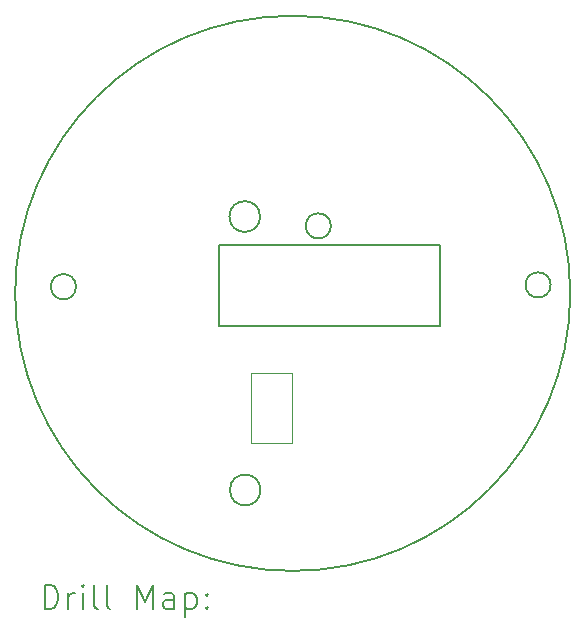
<source format=gbr>
%TF.GenerationSoftware,KiCad,Pcbnew,9.0.4*%
%TF.CreationDate,2025-10-28T23:19:01-04:00*%
%TF.ProjectId,DEL_MCPCB,44454c5f-4d43-4504-9342-2e6b69636164,rev?*%
%TF.SameCoordinates,Original*%
%TF.FileFunction,Drillmap*%
%TF.FilePolarity,Positive*%
%FSLAX45Y45*%
G04 Gerber Fmt 4.5, Leading zero omitted, Abs format (unit mm)*
G04 Created by KiCad (PCBNEW 9.0.4) date 2025-10-28 23:19:01*
%MOMM*%
%LPD*%
G01*
G04 APERTURE LIST*
%ADD10C,0.200000*%
%ADD11C,0.100000*%
G04 APERTURE END LIST*
D10*
X13177520Y-8978900D02*
G75*
G02*
X12964579Y-8978900I-106470J0D01*
G01*
X12964579Y-8978900D02*
G75*
G02*
X13177520Y-8978900I106470J0D01*
G01*
X14385020Y-8628000D02*
X16258440Y-8628000D01*
X16258440Y-9308000D01*
X14385020Y-9308000D01*
X14385020Y-8628000D01*
X17195800Y-8963660D02*
G75*
G02*
X16982859Y-8963660I-106470J0D01*
G01*
X16982859Y-8963660D02*
G75*
G02*
X17195800Y-8963660I106470J0D01*
G01*
X17362000Y-9035000D02*
G75*
G02*
X12662000Y-9035000I-2350000J0D01*
G01*
X12662000Y-9035000D02*
G75*
G02*
X17362000Y-9035000I2350000J0D01*
G01*
X14736000Y-8385000D02*
G75*
G02*
X14475723Y-8385000I-130138J0D01*
G01*
X14475723Y-8385000D02*
G75*
G02*
X14736000Y-8385000I130138J0D01*
G01*
X15334947Y-8463812D02*
G75*
G02*
X15122007Y-8463812I-106470J0D01*
G01*
X15122007Y-8463812D02*
G75*
G02*
X15334947Y-8463812I106470J0D01*
G01*
X14740138Y-10700000D02*
G75*
G02*
X14479862Y-10700000I-130138J0D01*
G01*
X14479862Y-10700000D02*
G75*
G02*
X14740138Y-10700000I130138J0D01*
G01*
D11*
X14658310Y-9711910D02*
X15003310Y-9711910D01*
X14658310Y-10302830D02*
X14658310Y-9711830D01*
X15003110Y-9711830D02*
X15003110Y-10302830D01*
X15003310Y-10303090D02*
X14658310Y-10303090D01*
D10*
X12912777Y-11706484D02*
X12912777Y-11506484D01*
X12912777Y-11506484D02*
X12960396Y-11506484D01*
X12960396Y-11506484D02*
X12988967Y-11516008D01*
X12988967Y-11516008D02*
X13008015Y-11535055D01*
X13008015Y-11535055D02*
X13017539Y-11554103D01*
X13017539Y-11554103D02*
X13027062Y-11592198D01*
X13027062Y-11592198D02*
X13027062Y-11620769D01*
X13027062Y-11620769D02*
X13017539Y-11658865D01*
X13017539Y-11658865D02*
X13008015Y-11677912D01*
X13008015Y-11677912D02*
X12988967Y-11696960D01*
X12988967Y-11696960D02*
X12960396Y-11706484D01*
X12960396Y-11706484D02*
X12912777Y-11706484D01*
X13112777Y-11706484D02*
X13112777Y-11573150D01*
X13112777Y-11611246D02*
X13122301Y-11592198D01*
X13122301Y-11592198D02*
X13131824Y-11582674D01*
X13131824Y-11582674D02*
X13150872Y-11573150D01*
X13150872Y-11573150D02*
X13169920Y-11573150D01*
X13236586Y-11706484D02*
X13236586Y-11573150D01*
X13236586Y-11506484D02*
X13227062Y-11516008D01*
X13227062Y-11516008D02*
X13236586Y-11525531D01*
X13236586Y-11525531D02*
X13246110Y-11516008D01*
X13246110Y-11516008D02*
X13236586Y-11506484D01*
X13236586Y-11506484D02*
X13236586Y-11525531D01*
X13360396Y-11706484D02*
X13341348Y-11696960D01*
X13341348Y-11696960D02*
X13331824Y-11677912D01*
X13331824Y-11677912D02*
X13331824Y-11506484D01*
X13465158Y-11706484D02*
X13446110Y-11696960D01*
X13446110Y-11696960D02*
X13436586Y-11677912D01*
X13436586Y-11677912D02*
X13436586Y-11506484D01*
X13693729Y-11706484D02*
X13693729Y-11506484D01*
X13693729Y-11506484D02*
X13760396Y-11649341D01*
X13760396Y-11649341D02*
X13827062Y-11506484D01*
X13827062Y-11506484D02*
X13827062Y-11706484D01*
X14008015Y-11706484D02*
X14008015Y-11601722D01*
X14008015Y-11601722D02*
X13998491Y-11582674D01*
X13998491Y-11582674D02*
X13979443Y-11573150D01*
X13979443Y-11573150D02*
X13941348Y-11573150D01*
X13941348Y-11573150D02*
X13922301Y-11582674D01*
X14008015Y-11696960D02*
X13988967Y-11706484D01*
X13988967Y-11706484D02*
X13941348Y-11706484D01*
X13941348Y-11706484D02*
X13922301Y-11696960D01*
X13922301Y-11696960D02*
X13912777Y-11677912D01*
X13912777Y-11677912D02*
X13912777Y-11658865D01*
X13912777Y-11658865D02*
X13922301Y-11639817D01*
X13922301Y-11639817D02*
X13941348Y-11630293D01*
X13941348Y-11630293D02*
X13988967Y-11630293D01*
X13988967Y-11630293D02*
X14008015Y-11620769D01*
X14103253Y-11573150D02*
X14103253Y-11773150D01*
X14103253Y-11582674D02*
X14122301Y-11573150D01*
X14122301Y-11573150D02*
X14160396Y-11573150D01*
X14160396Y-11573150D02*
X14179443Y-11582674D01*
X14179443Y-11582674D02*
X14188967Y-11592198D01*
X14188967Y-11592198D02*
X14198491Y-11611246D01*
X14198491Y-11611246D02*
X14198491Y-11668388D01*
X14198491Y-11668388D02*
X14188967Y-11687436D01*
X14188967Y-11687436D02*
X14179443Y-11696960D01*
X14179443Y-11696960D02*
X14160396Y-11706484D01*
X14160396Y-11706484D02*
X14122301Y-11706484D01*
X14122301Y-11706484D02*
X14103253Y-11696960D01*
X14284205Y-11687436D02*
X14293729Y-11696960D01*
X14293729Y-11696960D02*
X14284205Y-11706484D01*
X14284205Y-11706484D02*
X14274682Y-11696960D01*
X14274682Y-11696960D02*
X14284205Y-11687436D01*
X14284205Y-11687436D02*
X14284205Y-11706484D01*
X14284205Y-11582674D02*
X14293729Y-11592198D01*
X14293729Y-11592198D02*
X14284205Y-11601722D01*
X14284205Y-11601722D02*
X14274682Y-11592198D01*
X14274682Y-11592198D02*
X14284205Y-11582674D01*
X14284205Y-11582674D02*
X14284205Y-11601722D01*
M02*

</source>
